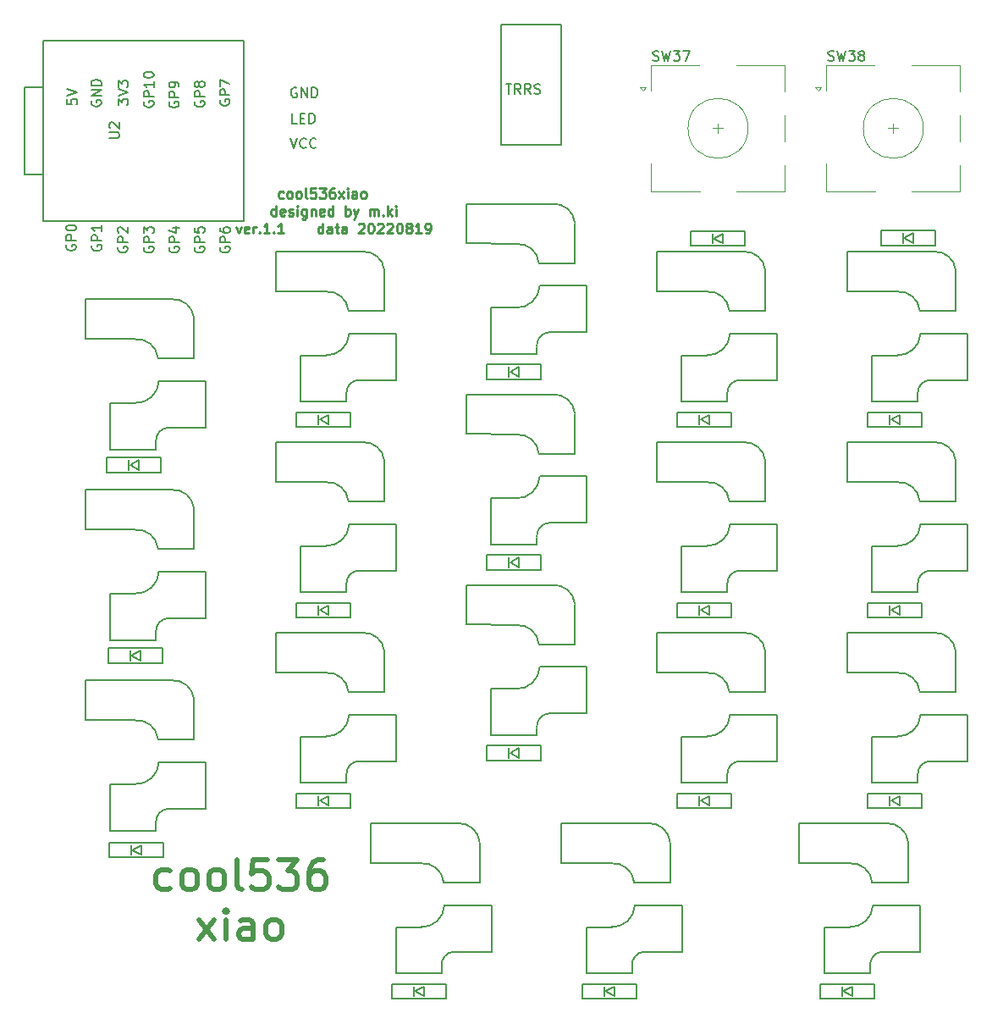
<source format=gto>
G04 #@! TF.GenerationSoftware,KiCad,Pcbnew,(5.1.6-0-10_14)*
G04 #@! TF.CreationDate,2022-08-19T19:12:35+09:00*
G04 #@! TF.ProjectId,cool536xiao,636f6f6c-3533-4367-9869-616f2e6b6963,rev?*
G04 #@! TF.SameCoordinates,Original*
G04 #@! TF.FileFunction,Legend,Top*
G04 #@! TF.FilePolarity,Positive*
%FSLAX46Y46*%
G04 Gerber Fmt 4.6, Leading zero omitted, Abs format (unit mm)*
G04 Created by KiCad (PCBNEW (5.1.6-0-10_14)) date 2022-08-19 19:12:35*
%MOMM*%
%LPD*%
G01*
G04 APERTURE LIST*
%ADD10C,0.250000*%
%ADD11C,0.500000*%
%ADD12C,0.150000*%
%ADD13C,0.120000*%
G04 APERTURE END LIST*
D10*
X64572380Y-51354761D02*
X64477142Y-51402380D01*
X64286666Y-51402380D01*
X64191428Y-51354761D01*
X64143809Y-51307142D01*
X64096190Y-51211904D01*
X64096190Y-50926190D01*
X64143809Y-50830952D01*
X64191428Y-50783333D01*
X64286666Y-50735714D01*
X64477142Y-50735714D01*
X64572380Y-50783333D01*
X65143809Y-51402380D02*
X65048571Y-51354761D01*
X65000952Y-51307142D01*
X64953333Y-51211904D01*
X64953333Y-50926190D01*
X65000952Y-50830952D01*
X65048571Y-50783333D01*
X65143809Y-50735714D01*
X65286666Y-50735714D01*
X65381904Y-50783333D01*
X65429523Y-50830952D01*
X65477142Y-50926190D01*
X65477142Y-51211904D01*
X65429523Y-51307142D01*
X65381904Y-51354761D01*
X65286666Y-51402380D01*
X65143809Y-51402380D01*
X66048571Y-51402380D02*
X65953333Y-51354761D01*
X65905714Y-51307142D01*
X65858095Y-51211904D01*
X65858095Y-50926190D01*
X65905714Y-50830952D01*
X65953333Y-50783333D01*
X66048571Y-50735714D01*
X66191428Y-50735714D01*
X66286666Y-50783333D01*
X66334285Y-50830952D01*
X66381904Y-50926190D01*
X66381904Y-51211904D01*
X66334285Y-51307142D01*
X66286666Y-51354761D01*
X66191428Y-51402380D01*
X66048571Y-51402380D01*
X66953333Y-51402380D02*
X66858095Y-51354761D01*
X66810476Y-51259523D01*
X66810476Y-50402380D01*
X67810476Y-50402380D02*
X67334285Y-50402380D01*
X67286666Y-50878571D01*
X67334285Y-50830952D01*
X67429523Y-50783333D01*
X67667619Y-50783333D01*
X67762857Y-50830952D01*
X67810476Y-50878571D01*
X67858095Y-50973809D01*
X67858095Y-51211904D01*
X67810476Y-51307142D01*
X67762857Y-51354761D01*
X67667619Y-51402380D01*
X67429523Y-51402380D01*
X67334285Y-51354761D01*
X67286666Y-51307142D01*
X68191428Y-50402380D02*
X68810476Y-50402380D01*
X68477142Y-50783333D01*
X68620000Y-50783333D01*
X68715238Y-50830952D01*
X68762857Y-50878571D01*
X68810476Y-50973809D01*
X68810476Y-51211904D01*
X68762857Y-51307142D01*
X68715238Y-51354761D01*
X68620000Y-51402380D01*
X68334285Y-51402380D01*
X68239047Y-51354761D01*
X68191428Y-51307142D01*
X69667619Y-50402380D02*
X69477142Y-50402380D01*
X69381904Y-50450000D01*
X69334285Y-50497619D01*
X69239047Y-50640476D01*
X69191428Y-50830952D01*
X69191428Y-51211904D01*
X69239047Y-51307142D01*
X69286666Y-51354761D01*
X69381904Y-51402380D01*
X69572380Y-51402380D01*
X69667619Y-51354761D01*
X69715238Y-51307142D01*
X69762857Y-51211904D01*
X69762857Y-50973809D01*
X69715238Y-50878571D01*
X69667619Y-50830952D01*
X69572380Y-50783333D01*
X69381904Y-50783333D01*
X69286666Y-50830952D01*
X69239047Y-50878571D01*
X69191428Y-50973809D01*
X70096190Y-51402380D02*
X70620000Y-50735714D01*
X70096190Y-50735714D02*
X70620000Y-51402380D01*
X71000952Y-51402380D02*
X71000952Y-50735714D01*
X71000952Y-50402380D02*
X70953333Y-50450000D01*
X71000952Y-50497619D01*
X71048571Y-50450000D01*
X71000952Y-50402380D01*
X71000952Y-50497619D01*
X71905714Y-51402380D02*
X71905714Y-50878571D01*
X71858095Y-50783333D01*
X71762857Y-50735714D01*
X71572380Y-50735714D01*
X71477142Y-50783333D01*
X71905714Y-51354761D02*
X71810476Y-51402380D01*
X71572380Y-51402380D01*
X71477142Y-51354761D01*
X71429523Y-51259523D01*
X71429523Y-51164285D01*
X71477142Y-51069047D01*
X71572380Y-51021428D01*
X71810476Y-51021428D01*
X71905714Y-50973809D01*
X72524761Y-51402380D02*
X72429523Y-51354761D01*
X72381904Y-51307142D01*
X72334285Y-51211904D01*
X72334285Y-50926190D01*
X72381904Y-50830952D01*
X72429523Y-50783333D01*
X72524761Y-50735714D01*
X72667619Y-50735714D01*
X72762857Y-50783333D01*
X72810476Y-50830952D01*
X72858095Y-50926190D01*
X72858095Y-51211904D01*
X72810476Y-51307142D01*
X72762857Y-51354761D01*
X72667619Y-51402380D01*
X72524761Y-51402380D01*
X63834285Y-53152380D02*
X63834285Y-52152380D01*
X63834285Y-53104761D02*
X63739047Y-53152380D01*
X63548571Y-53152380D01*
X63453333Y-53104761D01*
X63405714Y-53057142D01*
X63358095Y-52961904D01*
X63358095Y-52676190D01*
X63405714Y-52580952D01*
X63453333Y-52533333D01*
X63548571Y-52485714D01*
X63739047Y-52485714D01*
X63834285Y-52533333D01*
X64691428Y-53104761D02*
X64596190Y-53152380D01*
X64405714Y-53152380D01*
X64310476Y-53104761D01*
X64262857Y-53009523D01*
X64262857Y-52628571D01*
X64310476Y-52533333D01*
X64405714Y-52485714D01*
X64596190Y-52485714D01*
X64691428Y-52533333D01*
X64739047Y-52628571D01*
X64739047Y-52723809D01*
X64262857Y-52819047D01*
X65120000Y-53104761D02*
X65215238Y-53152380D01*
X65405714Y-53152380D01*
X65500952Y-53104761D01*
X65548571Y-53009523D01*
X65548571Y-52961904D01*
X65500952Y-52866666D01*
X65405714Y-52819047D01*
X65262857Y-52819047D01*
X65167619Y-52771428D01*
X65120000Y-52676190D01*
X65120000Y-52628571D01*
X65167619Y-52533333D01*
X65262857Y-52485714D01*
X65405714Y-52485714D01*
X65500952Y-52533333D01*
X65977142Y-53152380D02*
X65977142Y-52485714D01*
X65977142Y-52152380D02*
X65929523Y-52200000D01*
X65977142Y-52247619D01*
X66024761Y-52200000D01*
X65977142Y-52152380D01*
X65977142Y-52247619D01*
X66881904Y-52485714D02*
X66881904Y-53295238D01*
X66834285Y-53390476D01*
X66786666Y-53438095D01*
X66691428Y-53485714D01*
X66548571Y-53485714D01*
X66453333Y-53438095D01*
X66881904Y-53104761D02*
X66786666Y-53152380D01*
X66596190Y-53152380D01*
X66500952Y-53104761D01*
X66453333Y-53057142D01*
X66405714Y-52961904D01*
X66405714Y-52676190D01*
X66453333Y-52580952D01*
X66500952Y-52533333D01*
X66596190Y-52485714D01*
X66786666Y-52485714D01*
X66881904Y-52533333D01*
X67358095Y-52485714D02*
X67358095Y-53152380D01*
X67358095Y-52580952D02*
X67405714Y-52533333D01*
X67500952Y-52485714D01*
X67643809Y-52485714D01*
X67739047Y-52533333D01*
X67786666Y-52628571D01*
X67786666Y-53152380D01*
X68643809Y-53104761D02*
X68548571Y-53152380D01*
X68358095Y-53152380D01*
X68262857Y-53104761D01*
X68215238Y-53009523D01*
X68215238Y-52628571D01*
X68262857Y-52533333D01*
X68358095Y-52485714D01*
X68548571Y-52485714D01*
X68643809Y-52533333D01*
X68691428Y-52628571D01*
X68691428Y-52723809D01*
X68215238Y-52819047D01*
X69548571Y-53152380D02*
X69548571Y-52152380D01*
X69548571Y-53104761D02*
X69453333Y-53152380D01*
X69262857Y-53152380D01*
X69167619Y-53104761D01*
X69120000Y-53057142D01*
X69072380Y-52961904D01*
X69072380Y-52676190D01*
X69120000Y-52580952D01*
X69167619Y-52533333D01*
X69262857Y-52485714D01*
X69453333Y-52485714D01*
X69548571Y-52533333D01*
X70786666Y-53152380D02*
X70786666Y-52152380D01*
X70786666Y-52533333D02*
X70881904Y-52485714D01*
X71072380Y-52485714D01*
X71167619Y-52533333D01*
X71215238Y-52580952D01*
X71262857Y-52676190D01*
X71262857Y-52961904D01*
X71215238Y-53057142D01*
X71167619Y-53104761D01*
X71072380Y-53152380D01*
X70881904Y-53152380D01*
X70786666Y-53104761D01*
X71596190Y-52485714D02*
X71834285Y-53152380D01*
X72072380Y-52485714D02*
X71834285Y-53152380D01*
X71739047Y-53390476D01*
X71691428Y-53438095D01*
X71596190Y-53485714D01*
X73215238Y-53152380D02*
X73215238Y-52485714D01*
X73215238Y-52580952D02*
X73262857Y-52533333D01*
X73358095Y-52485714D01*
X73500952Y-52485714D01*
X73596190Y-52533333D01*
X73643809Y-52628571D01*
X73643809Y-53152380D01*
X73643809Y-52628571D02*
X73691428Y-52533333D01*
X73786666Y-52485714D01*
X73929523Y-52485714D01*
X74024761Y-52533333D01*
X74072380Y-52628571D01*
X74072380Y-53152380D01*
X74548571Y-53057142D02*
X74596190Y-53104761D01*
X74548571Y-53152380D01*
X74500952Y-53104761D01*
X74548571Y-53057142D01*
X74548571Y-53152380D01*
X75024761Y-53152380D02*
X75024761Y-52152380D01*
X75120000Y-52771428D02*
X75405714Y-53152380D01*
X75405714Y-52485714D02*
X75024761Y-52866666D01*
X75834285Y-53152380D02*
X75834285Y-52485714D01*
X75834285Y-52152380D02*
X75786666Y-52200000D01*
X75834285Y-52247619D01*
X75881904Y-52200000D01*
X75834285Y-52152380D01*
X75834285Y-52247619D01*
X59858095Y-54235714D02*
X60096190Y-54902380D01*
X60334285Y-54235714D01*
X61096190Y-54854761D02*
X61000952Y-54902380D01*
X60810476Y-54902380D01*
X60715238Y-54854761D01*
X60667619Y-54759523D01*
X60667619Y-54378571D01*
X60715238Y-54283333D01*
X60810476Y-54235714D01*
X61000952Y-54235714D01*
X61096190Y-54283333D01*
X61143809Y-54378571D01*
X61143809Y-54473809D01*
X60667619Y-54569047D01*
X61572380Y-54902380D02*
X61572380Y-54235714D01*
X61572380Y-54426190D02*
X61620000Y-54330952D01*
X61667619Y-54283333D01*
X61762857Y-54235714D01*
X61858095Y-54235714D01*
X62191428Y-54807142D02*
X62239047Y-54854761D01*
X62191428Y-54902380D01*
X62143809Y-54854761D01*
X62191428Y-54807142D01*
X62191428Y-54902380D01*
X63191428Y-54902380D02*
X62620000Y-54902380D01*
X62905714Y-54902380D02*
X62905714Y-53902380D01*
X62810476Y-54045238D01*
X62715238Y-54140476D01*
X62620000Y-54188095D01*
X63620000Y-54807142D02*
X63667619Y-54854761D01*
X63620000Y-54902380D01*
X63572380Y-54854761D01*
X63620000Y-54807142D01*
X63620000Y-54902380D01*
X64620000Y-54902380D02*
X64048571Y-54902380D01*
X64334285Y-54902380D02*
X64334285Y-53902380D01*
X64239047Y-54045238D01*
X64143809Y-54140476D01*
X64048571Y-54188095D01*
X68524761Y-54902380D02*
X68524761Y-53902380D01*
X68524761Y-54854761D02*
X68429523Y-54902380D01*
X68239047Y-54902380D01*
X68143809Y-54854761D01*
X68096190Y-54807142D01*
X68048571Y-54711904D01*
X68048571Y-54426190D01*
X68096190Y-54330952D01*
X68143809Y-54283333D01*
X68239047Y-54235714D01*
X68429523Y-54235714D01*
X68524761Y-54283333D01*
X69429523Y-54902380D02*
X69429523Y-54378571D01*
X69381904Y-54283333D01*
X69286666Y-54235714D01*
X69096190Y-54235714D01*
X69000952Y-54283333D01*
X69429523Y-54854761D02*
X69334285Y-54902380D01*
X69096190Y-54902380D01*
X69000952Y-54854761D01*
X68953333Y-54759523D01*
X68953333Y-54664285D01*
X69000952Y-54569047D01*
X69096190Y-54521428D01*
X69334285Y-54521428D01*
X69429523Y-54473809D01*
X69762857Y-54235714D02*
X70143809Y-54235714D01*
X69905714Y-53902380D02*
X69905714Y-54759523D01*
X69953333Y-54854761D01*
X70048571Y-54902380D01*
X70143809Y-54902380D01*
X70905714Y-54902380D02*
X70905714Y-54378571D01*
X70858095Y-54283333D01*
X70762857Y-54235714D01*
X70572380Y-54235714D01*
X70477142Y-54283333D01*
X70905714Y-54854761D02*
X70810476Y-54902380D01*
X70572380Y-54902380D01*
X70477142Y-54854761D01*
X70429523Y-54759523D01*
X70429523Y-54664285D01*
X70477142Y-54569047D01*
X70572380Y-54521428D01*
X70810476Y-54521428D01*
X70905714Y-54473809D01*
X72096190Y-53997619D02*
X72143809Y-53950000D01*
X72239047Y-53902380D01*
X72477142Y-53902380D01*
X72572380Y-53950000D01*
X72620000Y-53997619D01*
X72667619Y-54092857D01*
X72667619Y-54188095D01*
X72620000Y-54330952D01*
X72048571Y-54902380D01*
X72667619Y-54902380D01*
X73286666Y-53902380D02*
X73381904Y-53902380D01*
X73477142Y-53950000D01*
X73524761Y-53997619D01*
X73572380Y-54092857D01*
X73620000Y-54283333D01*
X73620000Y-54521428D01*
X73572380Y-54711904D01*
X73524761Y-54807142D01*
X73477142Y-54854761D01*
X73381904Y-54902380D01*
X73286666Y-54902380D01*
X73191428Y-54854761D01*
X73143809Y-54807142D01*
X73096190Y-54711904D01*
X73048571Y-54521428D01*
X73048571Y-54283333D01*
X73096190Y-54092857D01*
X73143809Y-53997619D01*
X73191428Y-53950000D01*
X73286666Y-53902380D01*
X74000952Y-53997619D02*
X74048571Y-53950000D01*
X74143809Y-53902380D01*
X74381904Y-53902380D01*
X74477142Y-53950000D01*
X74524761Y-53997619D01*
X74572380Y-54092857D01*
X74572380Y-54188095D01*
X74524761Y-54330952D01*
X73953333Y-54902380D01*
X74572380Y-54902380D01*
X74953333Y-53997619D02*
X75000952Y-53950000D01*
X75096190Y-53902380D01*
X75334285Y-53902380D01*
X75429523Y-53950000D01*
X75477142Y-53997619D01*
X75524761Y-54092857D01*
X75524761Y-54188095D01*
X75477142Y-54330952D01*
X74905714Y-54902380D01*
X75524761Y-54902380D01*
X76143809Y-53902380D02*
X76239047Y-53902380D01*
X76334285Y-53950000D01*
X76381904Y-53997619D01*
X76429523Y-54092857D01*
X76477142Y-54283333D01*
X76477142Y-54521428D01*
X76429523Y-54711904D01*
X76381904Y-54807142D01*
X76334285Y-54854761D01*
X76239047Y-54902380D01*
X76143809Y-54902380D01*
X76048571Y-54854761D01*
X76000952Y-54807142D01*
X75953333Y-54711904D01*
X75905714Y-54521428D01*
X75905714Y-54283333D01*
X75953333Y-54092857D01*
X76000952Y-53997619D01*
X76048571Y-53950000D01*
X76143809Y-53902380D01*
X77048571Y-54330952D02*
X76953333Y-54283333D01*
X76905714Y-54235714D01*
X76858095Y-54140476D01*
X76858095Y-54092857D01*
X76905714Y-53997619D01*
X76953333Y-53950000D01*
X77048571Y-53902380D01*
X77239047Y-53902380D01*
X77334285Y-53950000D01*
X77381904Y-53997619D01*
X77429523Y-54092857D01*
X77429523Y-54140476D01*
X77381904Y-54235714D01*
X77334285Y-54283333D01*
X77239047Y-54330952D01*
X77048571Y-54330952D01*
X76953333Y-54378571D01*
X76905714Y-54426190D01*
X76858095Y-54521428D01*
X76858095Y-54711904D01*
X76905714Y-54807142D01*
X76953333Y-54854761D01*
X77048571Y-54902380D01*
X77239047Y-54902380D01*
X77334285Y-54854761D01*
X77381904Y-54807142D01*
X77429523Y-54711904D01*
X77429523Y-54521428D01*
X77381904Y-54426190D01*
X77334285Y-54378571D01*
X77239047Y-54330952D01*
X78381904Y-54902380D02*
X77810476Y-54902380D01*
X78096190Y-54902380D02*
X78096190Y-53902380D01*
X78000952Y-54045238D01*
X77905714Y-54140476D01*
X77810476Y-54188095D01*
X78858095Y-54902380D02*
X79048571Y-54902380D01*
X79143809Y-54854761D01*
X79191428Y-54807142D01*
X79286666Y-54664285D01*
X79334285Y-54473809D01*
X79334285Y-54092857D01*
X79286666Y-53997619D01*
X79239047Y-53950000D01*
X79143809Y-53902380D01*
X78953333Y-53902380D01*
X78858095Y-53950000D01*
X78810476Y-53997619D01*
X78762857Y-54092857D01*
X78762857Y-54330952D01*
X78810476Y-54426190D01*
X78858095Y-54473809D01*
X78953333Y-54521428D01*
X79143809Y-54521428D01*
X79239047Y-54473809D01*
X79286666Y-54426190D01*
X79334285Y-54330952D01*
D11*
X53268571Y-120364285D02*
X52982857Y-120507142D01*
X52411428Y-120507142D01*
X52125714Y-120364285D01*
X51982857Y-120221428D01*
X51840000Y-119935714D01*
X51840000Y-119078571D01*
X51982857Y-118792857D01*
X52125714Y-118650000D01*
X52411428Y-118507142D01*
X52982857Y-118507142D01*
X53268571Y-118650000D01*
X54982857Y-120507142D02*
X54697142Y-120364285D01*
X54554285Y-120221428D01*
X54411428Y-119935714D01*
X54411428Y-119078571D01*
X54554285Y-118792857D01*
X54697142Y-118650000D01*
X54982857Y-118507142D01*
X55411428Y-118507142D01*
X55697142Y-118650000D01*
X55840000Y-118792857D01*
X55982857Y-119078571D01*
X55982857Y-119935714D01*
X55840000Y-120221428D01*
X55697142Y-120364285D01*
X55411428Y-120507142D01*
X54982857Y-120507142D01*
X57697142Y-120507142D02*
X57411428Y-120364285D01*
X57268571Y-120221428D01*
X57125714Y-119935714D01*
X57125714Y-119078571D01*
X57268571Y-118792857D01*
X57411428Y-118650000D01*
X57697142Y-118507142D01*
X58125714Y-118507142D01*
X58411428Y-118650000D01*
X58554285Y-118792857D01*
X58697142Y-119078571D01*
X58697142Y-119935714D01*
X58554285Y-120221428D01*
X58411428Y-120364285D01*
X58125714Y-120507142D01*
X57697142Y-120507142D01*
X60411428Y-120507142D02*
X60125714Y-120364285D01*
X59982857Y-120078571D01*
X59982857Y-117507142D01*
X62982857Y-117507142D02*
X61554285Y-117507142D01*
X61411428Y-118935714D01*
X61554285Y-118792857D01*
X61840000Y-118650000D01*
X62554285Y-118650000D01*
X62840000Y-118792857D01*
X62982857Y-118935714D01*
X63125714Y-119221428D01*
X63125714Y-119935714D01*
X62982857Y-120221428D01*
X62840000Y-120364285D01*
X62554285Y-120507142D01*
X61840000Y-120507142D01*
X61554285Y-120364285D01*
X61411428Y-120221428D01*
X64125714Y-117507142D02*
X65982857Y-117507142D01*
X64982857Y-118650000D01*
X65411428Y-118650000D01*
X65697142Y-118792857D01*
X65840000Y-118935714D01*
X65982857Y-119221428D01*
X65982857Y-119935714D01*
X65840000Y-120221428D01*
X65697142Y-120364285D01*
X65411428Y-120507142D01*
X64554285Y-120507142D01*
X64268571Y-120364285D01*
X64125714Y-120221428D01*
X68554285Y-117507142D02*
X67982857Y-117507142D01*
X67697142Y-117650000D01*
X67554285Y-117792857D01*
X67268571Y-118221428D01*
X67125714Y-118792857D01*
X67125714Y-119935714D01*
X67268571Y-120221428D01*
X67411428Y-120364285D01*
X67697142Y-120507142D01*
X68268571Y-120507142D01*
X68554285Y-120364285D01*
X68697142Y-120221428D01*
X68840000Y-119935714D01*
X68840000Y-119221428D01*
X68697142Y-118935714D01*
X68554285Y-118792857D01*
X68268571Y-118650000D01*
X67697142Y-118650000D01*
X67411428Y-118792857D01*
X67268571Y-118935714D01*
X67125714Y-119221428D01*
X56125714Y-125507142D02*
X57697142Y-123507142D01*
X56125714Y-123507142D02*
X57697142Y-125507142D01*
X58840000Y-125507142D02*
X58840000Y-123507142D01*
X58840000Y-122507142D02*
X58697142Y-122650000D01*
X58840000Y-122792857D01*
X58982857Y-122650000D01*
X58840000Y-122507142D01*
X58840000Y-122792857D01*
X61554285Y-125507142D02*
X61554285Y-123935714D01*
X61411428Y-123650000D01*
X61125714Y-123507142D01*
X60554285Y-123507142D01*
X60268571Y-123650000D01*
X61554285Y-125364285D02*
X61268571Y-125507142D01*
X60554285Y-125507142D01*
X60268571Y-125364285D01*
X60125714Y-125078571D01*
X60125714Y-124792857D01*
X60268571Y-124507142D01*
X60554285Y-124364285D01*
X61268571Y-124364285D01*
X61554285Y-124221428D01*
X63411428Y-125507142D02*
X63125714Y-125364285D01*
X62982857Y-125221428D01*
X62840000Y-124935714D01*
X62840000Y-124078571D01*
X62982857Y-123792857D01*
X63125714Y-123650000D01*
X63411428Y-123507142D01*
X63840000Y-123507142D01*
X64125714Y-123650000D01*
X64268571Y-123792857D01*
X64411428Y-124078571D01*
X64411428Y-124935714D01*
X64268571Y-125221428D01*
X64125714Y-125364285D01*
X63840000Y-125507142D01*
X63411428Y-125507142D01*
D12*
X41845001Y-35674999D02*
X60645001Y-35674999D01*
X60645001Y-35674999D02*
X60645001Y-53674999D01*
X60645001Y-53674999D02*
X41845001Y-53674999D01*
X40555001Y-40324999D02*
X38675001Y-40324999D01*
X40555001Y-48984999D02*
X38675001Y-48984999D01*
X38675001Y-48984999D02*
X38675001Y-40324999D01*
X41845001Y-53674999D02*
X40565401Y-53674999D01*
X40565401Y-53674999D02*
X40565401Y-35784999D01*
X41845001Y-35674999D02*
X40565401Y-35674999D01*
X40565401Y-35674999D02*
X40565401Y-35784999D01*
X93750000Y-57874000D02*
X90140000Y-57874000D01*
X93750000Y-53920000D02*
X93750000Y-57865000D01*
X82850000Y-51966000D02*
X91475000Y-51966000D01*
X82850000Y-55874000D02*
X82850000Y-51966000D01*
X82850000Y-55920000D02*
X87900000Y-55966000D01*
X85375000Y-66995000D02*
X89925000Y-66995000D01*
X85375000Y-62345000D02*
X87925000Y-62345000D01*
X90225000Y-60145000D02*
X94925000Y-60145000D01*
X91150000Y-64795000D02*
X94925000Y-64795000D01*
X85350000Y-62370000D02*
X85350000Y-66970000D01*
X94925000Y-60170000D02*
X94950000Y-64770000D01*
X89930000Y-66270000D02*
X89930000Y-66970000D01*
X93739000Y-53850000D02*
G75*
G03*
X91475000Y-51966000I-2074000J-190000D01*
G01*
X90135000Y-57850000D02*
G75*
G03*
X87875000Y-55970000I-2070000J-190000D01*
G01*
X90220000Y-60170000D02*
G75*
G02*
X87850000Y-62340000I-2270000J100000D01*
G01*
X89930000Y-66220000D02*
G75*
G02*
X91150000Y-64800000I1320000J100000D01*
G01*
X110720000Y-56170000D02*
X110720000Y-54670000D01*
X105320000Y-56170000D02*
X110720000Y-56170000D01*
X105320000Y-54670000D02*
X105320000Y-56170000D01*
X110720000Y-54670000D02*
X105320000Y-54670000D01*
X107520000Y-54920000D02*
X107520000Y-55920000D01*
X108520000Y-55920000D02*
X107620000Y-55420000D01*
X108520000Y-54920000D02*
X108520000Y-55920000D01*
X107620000Y-55420000D02*
X108520000Y-54920000D01*
X129760000Y-56150000D02*
X129760000Y-54650000D01*
X124360000Y-56150000D02*
X129760000Y-56150000D01*
X124360000Y-54650000D02*
X124360000Y-56150000D01*
X129760000Y-54650000D02*
X124360000Y-54650000D01*
X126560000Y-54900000D02*
X126560000Y-55900000D01*
X127560000Y-55900000D02*
X126660000Y-55400000D01*
X127560000Y-54900000D02*
X127560000Y-55900000D01*
X126660000Y-55400000D02*
X127560000Y-54900000D01*
D13*
X128590000Y-44410000D02*
G75*
G03*
X128590000Y-44410000I-3000000J0D01*
G01*
X127390000Y-38110000D02*
X132290000Y-38110000D01*
X132290000Y-50710000D02*
X127390000Y-50710000D01*
X123790000Y-50710000D02*
X118890000Y-50710000D01*
X118890000Y-50710000D02*
X118890000Y-47910000D01*
X123690000Y-38110000D02*
X118890000Y-38110000D01*
X118890000Y-38110000D02*
X118890000Y-40610000D01*
X118090000Y-40610000D02*
X117790000Y-40310000D01*
X117790000Y-40310000D02*
X118390000Y-40310000D01*
X118390000Y-40310000D02*
X118090000Y-40610000D01*
X132290000Y-38110000D02*
X132290000Y-40710000D01*
X132290000Y-43110000D02*
X132290000Y-45710000D01*
X132290000Y-48110000D02*
X132290000Y-50710000D01*
X125590000Y-43910000D02*
X125590000Y-44910000D01*
X125090000Y-44410000D02*
X126090000Y-44410000D01*
X111060000Y-44410000D02*
G75*
G03*
X111060000Y-44410000I-3000000J0D01*
G01*
X109860000Y-38110000D02*
X114760000Y-38110000D01*
X114760000Y-50710000D02*
X109860000Y-50710000D01*
X106260000Y-50710000D02*
X101360000Y-50710000D01*
X101360000Y-50710000D02*
X101360000Y-47910000D01*
X106160000Y-38110000D02*
X101360000Y-38110000D01*
X101360000Y-38110000D02*
X101360000Y-40610000D01*
X100560000Y-40610000D02*
X100260000Y-40310000D01*
X100260000Y-40310000D02*
X100860000Y-40310000D01*
X100860000Y-40310000D02*
X100560000Y-40610000D01*
X114760000Y-38110000D02*
X114760000Y-40710000D01*
X114760000Y-43110000D02*
X114760000Y-45710000D01*
X114760000Y-48110000D02*
X114760000Y-50710000D01*
X108060000Y-43910000D02*
X108060000Y-44910000D01*
X107560000Y-44410000D02*
X108560000Y-44410000D01*
D12*
X86350000Y-46070000D02*
X86350000Y-34070000D01*
X92350000Y-46070000D02*
X86350000Y-46070000D01*
X92350000Y-34070000D02*
X92350000Y-46070000D01*
X86350000Y-34070000D02*
X92350000Y-34070000D01*
X89930000Y-104370000D02*
X89930000Y-105070000D01*
X94925000Y-98270000D02*
X94950000Y-102870000D01*
X85350000Y-100470000D02*
X85350000Y-105070000D01*
X91150000Y-102895000D02*
X94925000Y-102895000D01*
X90225000Y-98245000D02*
X94925000Y-98245000D01*
X85375000Y-100445000D02*
X87925000Y-100445000D01*
X85375000Y-105095000D02*
X89925000Y-105095000D01*
X82850000Y-94020000D02*
X87900000Y-94066000D01*
X82850000Y-93974000D02*
X82850000Y-90066000D01*
X82850000Y-90066000D02*
X91475000Y-90066000D01*
X93750000Y-92020000D02*
X93750000Y-95965000D01*
X93750000Y-95974000D02*
X90140000Y-95974000D01*
X89930000Y-104320000D02*
G75*
G02*
X91150000Y-102900000I1320000J100000D01*
G01*
X90220000Y-98270000D02*
G75*
G02*
X87850000Y-100440000I-2270000J100000D01*
G01*
X90135000Y-95950000D02*
G75*
G03*
X87875000Y-94070000I-2070000J-190000D01*
G01*
X93739000Y-91950000D02*
G75*
G03*
X91475000Y-90066000I-2074000J-190000D01*
G01*
X55650000Y-86449000D02*
X52040000Y-86449000D01*
X55650000Y-82495000D02*
X55650000Y-86440000D01*
X44750000Y-80541000D02*
X53375000Y-80541000D01*
X44750000Y-84449000D02*
X44750000Y-80541000D01*
X44750000Y-84495000D02*
X49800000Y-84541000D01*
X47275000Y-95570000D02*
X51825000Y-95570000D01*
X47275000Y-90920000D02*
X49825000Y-90920000D01*
X52125000Y-88720000D02*
X56825000Y-88720000D01*
X53050000Y-93370000D02*
X56825000Y-93370000D01*
X47250000Y-90945000D02*
X47250000Y-95545000D01*
X56825000Y-88745000D02*
X56850000Y-93345000D01*
X51830000Y-94845000D02*
X51830000Y-95545000D01*
X55639000Y-82425000D02*
G75*
G03*
X53375000Y-80541000I-2074000J-190000D01*
G01*
X52035000Y-86425000D02*
G75*
G03*
X49775000Y-84545000I-2070000J-190000D01*
G01*
X52120000Y-88745000D02*
G75*
G02*
X49750000Y-90915000I-2270000J100000D01*
G01*
X51830000Y-94795000D02*
G75*
G02*
X53050000Y-93375000I1320000J100000D01*
G01*
X70880000Y-90082500D02*
X70880000Y-90782500D01*
X75875000Y-83982500D02*
X75900000Y-88582500D01*
X66300000Y-86182500D02*
X66300000Y-90782500D01*
X72100000Y-88607500D02*
X75875000Y-88607500D01*
X71175000Y-83957500D02*
X75875000Y-83957500D01*
X66325000Y-86157500D02*
X68875000Y-86157500D01*
X66325000Y-90807500D02*
X70875000Y-90807500D01*
X63800000Y-79732500D02*
X68850000Y-79778500D01*
X63800000Y-79686500D02*
X63800000Y-75778500D01*
X63800000Y-75778500D02*
X72425000Y-75778500D01*
X74700000Y-77732500D02*
X74700000Y-81677500D01*
X74700000Y-81686500D02*
X71090000Y-81686500D01*
X70880000Y-90032500D02*
G75*
G02*
X72100000Y-88612500I1320000J100000D01*
G01*
X71170000Y-83982500D02*
G75*
G02*
X68800000Y-86152500I-2270000J100000D01*
G01*
X71085000Y-81662500D02*
G75*
G03*
X68825000Y-79782500I-2070000J-190000D01*
G01*
X74689000Y-77662500D02*
G75*
G03*
X72425000Y-75778500I-2074000J-190000D01*
G01*
X71300000Y-72782499D02*
X71300000Y-74282499D01*
X65900000Y-72782499D02*
X71300000Y-72782499D01*
X65900000Y-74282499D02*
X65900000Y-72782499D01*
X71300000Y-74282499D02*
X65900000Y-74282499D01*
X68100000Y-74032499D02*
X68100000Y-73032499D01*
X69100000Y-73032499D02*
X68200000Y-73532499D01*
X69100000Y-74032499D02*
X69100000Y-73032499D01*
X68200000Y-73532499D02*
X69100000Y-74032499D01*
X108980000Y-90082500D02*
X108980000Y-90782500D01*
X113975000Y-83982500D02*
X114000000Y-88582500D01*
X104400000Y-86182500D02*
X104400000Y-90782500D01*
X110200000Y-88607500D02*
X113975000Y-88607500D01*
X109275000Y-83957500D02*
X113975000Y-83957500D01*
X104425000Y-86157500D02*
X106975000Y-86157500D01*
X104425000Y-90807500D02*
X108975000Y-90807500D01*
X101900000Y-79732500D02*
X106950000Y-79778500D01*
X101900000Y-79686500D02*
X101900000Y-75778500D01*
X101900000Y-75778500D02*
X110525000Y-75778500D01*
X112800000Y-77732500D02*
X112800000Y-81677500D01*
X112800000Y-81686500D02*
X109190000Y-81686500D01*
X108980000Y-90032500D02*
G75*
G02*
X110200000Y-88612500I1320000J100000D01*
G01*
X109270000Y-83982500D02*
G75*
G02*
X106900000Y-86152500I-2270000J100000D01*
G01*
X109185000Y-81662500D02*
G75*
G03*
X106925000Y-79782500I-2070000J-190000D01*
G01*
X112789000Y-77662500D02*
G75*
G03*
X110525000Y-75778500I-2074000J-190000D01*
G01*
X103275000Y-119786500D02*
X99665000Y-119786500D01*
X103275000Y-115832500D02*
X103275000Y-119777500D01*
X92375000Y-113878500D02*
X101000000Y-113878500D01*
X92375000Y-117786500D02*
X92375000Y-113878500D01*
X92375000Y-117832500D02*
X97425000Y-117878500D01*
X94900000Y-128907500D02*
X99450000Y-128907500D01*
X94900000Y-124257500D02*
X97450000Y-124257500D01*
X99750000Y-122057500D02*
X104450000Y-122057500D01*
X100675000Y-126707500D02*
X104450000Y-126707500D01*
X94875000Y-124282500D02*
X94875000Y-128882500D01*
X104450000Y-122082500D02*
X104475000Y-126682500D01*
X99455000Y-128182500D02*
X99455000Y-128882500D01*
X103264000Y-115762500D02*
G75*
G03*
X101000000Y-113878500I-2074000J-190000D01*
G01*
X99660000Y-119762500D02*
G75*
G03*
X97400000Y-117882500I-2070000J-190000D01*
G01*
X99745000Y-122082500D02*
G75*
G02*
X97375000Y-124252500I-2270000J100000D01*
G01*
X99455000Y-128132500D02*
G75*
G02*
X100675000Y-126712500I1320000J100000D01*
G01*
X84225000Y-119786500D02*
X80615000Y-119786500D01*
X84225000Y-115832500D02*
X84225000Y-119777500D01*
X73325000Y-113878500D02*
X81950000Y-113878500D01*
X73325000Y-117786500D02*
X73325000Y-113878500D01*
X73325000Y-117832500D02*
X78375000Y-117878500D01*
X75850000Y-128907500D02*
X80400000Y-128907500D01*
X75850000Y-124257500D02*
X78400000Y-124257500D01*
X80700000Y-122057500D02*
X85400000Y-122057500D01*
X81625000Y-126707500D02*
X85400000Y-126707500D01*
X75825000Y-124282500D02*
X75825000Y-128882500D01*
X85400000Y-122082500D02*
X85425000Y-126682500D01*
X80405000Y-128182500D02*
X80405000Y-128882500D01*
X84214000Y-115762500D02*
G75*
G03*
X81950000Y-113878500I-2074000J-190000D01*
G01*
X80610000Y-119762500D02*
G75*
G03*
X78350000Y-117882500I-2070000J-190000D01*
G01*
X80695000Y-122082500D02*
G75*
G02*
X78325000Y-124252500I-2270000J100000D01*
G01*
X80405000Y-128132500D02*
G75*
G02*
X81625000Y-126712500I1320000J100000D01*
G01*
X128030000Y-109132500D02*
X128030000Y-109832500D01*
X133025000Y-103032500D02*
X133050000Y-107632500D01*
X123450000Y-105232500D02*
X123450000Y-109832500D01*
X129250000Y-107657500D02*
X133025000Y-107657500D01*
X128325000Y-103007500D02*
X133025000Y-103007500D01*
X123475000Y-105207500D02*
X126025000Y-105207500D01*
X123475000Y-109857500D02*
X128025000Y-109857500D01*
X120950000Y-98782500D02*
X126000000Y-98828500D01*
X120950000Y-98736500D02*
X120950000Y-94828500D01*
X120950000Y-94828500D02*
X129575000Y-94828500D01*
X131850000Y-96782500D02*
X131850000Y-100727500D01*
X131850000Y-100736500D02*
X128240000Y-100736500D01*
X128030000Y-109082500D02*
G75*
G02*
X129250000Y-107662500I1320000J100000D01*
G01*
X128320000Y-103032500D02*
G75*
G02*
X125950000Y-105202500I-2270000J100000D01*
G01*
X128235000Y-100712500D02*
G75*
G03*
X125975000Y-98832500I-2070000J-190000D01*
G01*
X131839000Y-96712500D02*
G75*
G03*
X129575000Y-94828500I-2074000J-190000D01*
G01*
X128030000Y-71032499D02*
X128030000Y-71732499D01*
X133025000Y-64932499D02*
X133050000Y-69532499D01*
X123450000Y-67132499D02*
X123450000Y-71732499D01*
X129250000Y-69557499D02*
X133025000Y-69557499D01*
X128325000Y-64907499D02*
X133025000Y-64907499D01*
X123475000Y-67107499D02*
X126025000Y-67107499D01*
X123475000Y-71757499D02*
X128025000Y-71757499D01*
X120950000Y-60682499D02*
X126000000Y-60728499D01*
X120950000Y-60636499D02*
X120950000Y-56728499D01*
X120950000Y-56728499D02*
X129575000Y-56728499D01*
X131850000Y-58682499D02*
X131850000Y-62627499D01*
X131850000Y-62636499D02*
X128240000Y-62636499D01*
X128030000Y-70982499D02*
G75*
G02*
X129250000Y-69562499I1320000J100000D01*
G01*
X128320000Y-64932499D02*
G75*
G02*
X125950000Y-67102499I-2270000J100000D01*
G01*
X128235000Y-62612499D02*
G75*
G03*
X125975000Y-60732499I-2070000J-190000D01*
G01*
X131839000Y-58612499D02*
G75*
G03*
X129575000Y-56728499I-2074000J-190000D01*
G01*
X74700000Y-100736500D02*
X71090000Y-100736500D01*
X74700000Y-96782500D02*
X74700000Y-100727500D01*
X63800000Y-94828500D02*
X72425000Y-94828500D01*
X63800000Y-98736500D02*
X63800000Y-94828500D01*
X63800000Y-98782500D02*
X68850000Y-98828500D01*
X66325000Y-109857500D02*
X70875000Y-109857500D01*
X66325000Y-105207500D02*
X68875000Y-105207500D01*
X71175000Y-103007500D02*
X75875000Y-103007500D01*
X72100000Y-107657500D02*
X75875000Y-107657500D01*
X66300000Y-105232500D02*
X66300000Y-109832500D01*
X75875000Y-103032500D02*
X75900000Y-107632500D01*
X70880000Y-109132500D02*
X70880000Y-109832500D01*
X74689000Y-96712500D02*
G75*
G03*
X72425000Y-94828500I-2074000J-190000D01*
G01*
X71085000Y-100712500D02*
G75*
G03*
X68825000Y-98832500I-2070000J-190000D01*
G01*
X71170000Y-103032500D02*
G75*
G02*
X68800000Y-105202500I-2270000J100000D01*
G01*
X70880000Y-109082500D02*
G75*
G02*
X72100000Y-107662500I1320000J100000D01*
G01*
X108980000Y-109132500D02*
X108980000Y-109832500D01*
X113975000Y-103032500D02*
X114000000Y-107632500D01*
X104400000Y-105232500D02*
X104400000Y-109832500D01*
X110200000Y-107657500D02*
X113975000Y-107657500D01*
X109275000Y-103007500D02*
X113975000Y-103007500D01*
X104425000Y-105207500D02*
X106975000Y-105207500D01*
X104425000Y-109857500D02*
X108975000Y-109857500D01*
X101900000Y-98782500D02*
X106950000Y-98828500D01*
X101900000Y-98736500D02*
X101900000Y-94828500D01*
X101900000Y-94828500D02*
X110525000Y-94828500D01*
X112800000Y-96782500D02*
X112800000Y-100727500D01*
X112800000Y-100736500D02*
X109190000Y-100736500D01*
X108980000Y-109082500D02*
G75*
G02*
X110200000Y-107662500I1320000J100000D01*
G01*
X109270000Y-103032500D02*
G75*
G02*
X106900000Y-105202500I-2270000J100000D01*
G01*
X109185000Y-100712500D02*
G75*
G03*
X106925000Y-98832500I-2070000J-190000D01*
G01*
X112789000Y-96712500D02*
G75*
G03*
X110525000Y-94828500I-2074000J-190000D01*
G01*
X128030000Y-90082500D02*
X128030000Y-90782500D01*
X133025000Y-83982500D02*
X133050000Y-88582500D01*
X123450000Y-86182500D02*
X123450000Y-90782500D01*
X129250000Y-88607500D02*
X133025000Y-88607500D01*
X128325000Y-83957500D02*
X133025000Y-83957500D01*
X123475000Y-86157500D02*
X126025000Y-86157500D01*
X123475000Y-90807500D02*
X128025000Y-90807500D01*
X120950000Y-79732500D02*
X126000000Y-79778500D01*
X120950000Y-79686500D02*
X120950000Y-75778500D01*
X120950000Y-75778500D02*
X129575000Y-75778500D01*
X131850000Y-77732500D02*
X131850000Y-81677500D01*
X131850000Y-81686500D02*
X128240000Y-81686500D01*
X128030000Y-90032500D02*
G75*
G02*
X129250000Y-88612500I1320000J100000D01*
G01*
X128320000Y-83982500D02*
G75*
G02*
X125950000Y-86152500I-2270000J100000D01*
G01*
X128235000Y-81662500D02*
G75*
G03*
X125975000Y-79782500I-2070000J-190000D01*
G01*
X131839000Y-77662500D02*
G75*
G03*
X129575000Y-75778500I-2074000J-190000D01*
G01*
X51830000Y-113895000D02*
X51830000Y-114595000D01*
X56825000Y-107795000D02*
X56850000Y-112395000D01*
X47250000Y-109995000D02*
X47250000Y-114595000D01*
X53050000Y-112420000D02*
X56825000Y-112420000D01*
X52125000Y-107770000D02*
X56825000Y-107770000D01*
X47275000Y-109970000D02*
X49825000Y-109970000D01*
X47275000Y-114620000D02*
X51825000Y-114620000D01*
X44750000Y-103545000D02*
X49800000Y-103591000D01*
X44750000Y-103499000D02*
X44750000Y-99591000D01*
X44750000Y-99591000D02*
X53375000Y-99591000D01*
X55650000Y-101545000D02*
X55650000Y-105490000D01*
X55650000Y-105499000D02*
X52040000Y-105499000D01*
X51830000Y-113845000D02*
G75*
G02*
X53050000Y-112425000I1320000J100000D01*
G01*
X52120000Y-107795000D02*
G75*
G02*
X49750000Y-109965000I-2270000J100000D01*
G01*
X52035000Y-105475000D02*
G75*
G03*
X49775000Y-103595000I-2070000J-190000D01*
G01*
X55639000Y-101475000D02*
G75*
G03*
X53375000Y-99591000I-2074000J-190000D01*
G01*
X89930000Y-85320000D02*
X89930000Y-86020000D01*
X94925000Y-79220000D02*
X94950000Y-83820000D01*
X85350000Y-81420000D02*
X85350000Y-86020000D01*
X91150000Y-83845000D02*
X94925000Y-83845000D01*
X90225000Y-79195000D02*
X94925000Y-79195000D01*
X85375000Y-81395000D02*
X87925000Y-81395000D01*
X85375000Y-86045000D02*
X89925000Y-86045000D01*
X82850000Y-74970000D02*
X87900000Y-75016000D01*
X82850000Y-74924000D02*
X82850000Y-71016000D01*
X82850000Y-71016000D02*
X91475000Y-71016000D01*
X93750000Y-72970000D02*
X93750000Y-76915000D01*
X93750000Y-76924000D02*
X90140000Y-76924000D01*
X89930000Y-85270000D02*
G75*
G02*
X91150000Y-83850000I1320000J100000D01*
G01*
X90220000Y-79220000D02*
G75*
G02*
X87850000Y-81390000I-2270000J100000D01*
G01*
X90135000Y-76900000D02*
G75*
G03*
X87875000Y-75020000I-2070000J-190000D01*
G01*
X93739000Y-72900000D02*
G75*
G03*
X91475000Y-71016000I-2074000J-190000D01*
G01*
X109400000Y-91832500D02*
X109400000Y-93332500D01*
X104000000Y-91832500D02*
X109400000Y-91832500D01*
X104000000Y-93332500D02*
X104000000Y-91832500D01*
X109400000Y-93332500D02*
X104000000Y-93332500D01*
X106200000Y-93082500D02*
X106200000Y-92082500D01*
X107200000Y-92082500D02*
X106300000Y-92582500D01*
X107200000Y-93082500D02*
X107200000Y-92082500D01*
X106300000Y-92582500D02*
X107200000Y-93082500D01*
X128450000Y-91832500D02*
X128450000Y-93332500D01*
X123050000Y-91832500D02*
X128450000Y-91832500D01*
X123050000Y-93332500D02*
X123050000Y-91832500D01*
X128450000Y-93332500D02*
X123050000Y-93332500D01*
X125250000Y-93082500D02*
X125250000Y-92082500D01*
X126250000Y-92082500D02*
X125350000Y-92582500D01*
X126250000Y-93082500D02*
X126250000Y-92082500D01*
X125350000Y-92582500D02*
X126250000Y-93082500D01*
X99875000Y-129932500D02*
X99875000Y-131432500D01*
X94475000Y-129932500D02*
X99875000Y-129932500D01*
X94475000Y-131432500D02*
X94475000Y-129932500D01*
X99875000Y-131432500D02*
X94475000Y-131432500D01*
X96675000Y-131182500D02*
X96675000Y-130182500D01*
X97675000Y-130182500D02*
X96775000Y-130682500D01*
X97675000Y-131182500D02*
X97675000Y-130182500D01*
X96775000Y-130682500D02*
X97675000Y-131182500D01*
X123688000Y-129932500D02*
X123688000Y-131432500D01*
X118288000Y-129932500D02*
X123688000Y-129932500D01*
X118288000Y-131432500D02*
X118288000Y-129932500D01*
X123688000Y-131432500D02*
X118288000Y-131432500D01*
X120488000Y-131182500D02*
X120488000Y-130182500D01*
X121488000Y-130182500D02*
X120588000Y-130682500D01*
X121488000Y-131182500D02*
X121488000Y-130182500D01*
X120588000Y-130682500D02*
X121488000Y-131182500D01*
X90350000Y-68020000D02*
X90350000Y-69520000D01*
X84950000Y-68020000D02*
X90350000Y-68020000D01*
X84950000Y-69520000D02*
X84950000Y-68020000D01*
X90350000Y-69520000D02*
X84950000Y-69520000D01*
X87150000Y-69270000D02*
X87150000Y-68270000D01*
X88150000Y-68270000D02*
X87250000Y-68770000D01*
X88150000Y-69270000D02*
X88150000Y-68270000D01*
X87250000Y-68770000D02*
X88150000Y-69270000D01*
X109400000Y-72782499D02*
X109400000Y-74282499D01*
X104000000Y-72782499D02*
X109400000Y-72782499D01*
X104000000Y-74282499D02*
X104000000Y-72782499D01*
X109400000Y-74282499D02*
X104000000Y-74282499D01*
X106200000Y-74032499D02*
X106200000Y-73032499D01*
X107200000Y-73032499D02*
X106300000Y-73532499D01*
X107200000Y-74032499D02*
X107200000Y-73032499D01*
X106300000Y-73532499D02*
X107200000Y-74032499D01*
X128450000Y-72782499D02*
X128450000Y-74282499D01*
X123050000Y-72782499D02*
X128450000Y-72782499D01*
X123050000Y-74282499D02*
X123050000Y-72782499D01*
X128450000Y-74282499D02*
X123050000Y-74282499D01*
X125250000Y-74032499D02*
X125250000Y-73032499D01*
X126250000Y-73032499D02*
X125350000Y-73532499D01*
X126250000Y-74032499D02*
X126250000Y-73032499D01*
X125350000Y-73532499D02*
X126250000Y-74032499D01*
X90350000Y-87070000D02*
X90350000Y-88570000D01*
X84950000Y-87070000D02*
X90350000Y-87070000D01*
X84950000Y-88570000D02*
X84950000Y-87070000D01*
X90350000Y-88570000D02*
X84950000Y-88570000D01*
X87150000Y-88320000D02*
X87150000Y-87320000D01*
X88150000Y-87320000D02*
X87250000Y-87820000D01*
X88150000Y-88320000D02*
X88150000Y-87320000D01*
X87250000Y-87820000D02*
X88150000Y-88320000D01*
X71300000Y-91832500D02*
X71300000Y-93332500D01*
X65900000Y-91832500D02*
X71300000Y-91832500D01*
X65900000Y-93332500D02*
X65900000Y-91832500D01*
X71300000Y-93332500D02*
X65900000Y-93332500D01*
X68100000Y-93082500D02*
X68100000Y-92082500D01*
X69100000Y-92082500D02*
X68200000Y-92582500D01*
X69100000Y-93082500D02*
X69100000Y-92082500D01*
X68200000Y-92582500D02*
X69100000Y-93082500D01*
X71300000Y-110882500D02*
X71300000Y-112382500D01*
X65900000Y-110882500D02*
X71300000Y-110882500D01*
X65900000Y-112382500D02*
X65900000Y-110882500D01*
X71300000Y-112382500D02*
X65900000Y-112382500D01*
X68100000Y-112132500D02*
X68100000Y-111132500D01*
X69100000Y-111132500D02*
X68200000Y-111632500D01*
X69100000Y-112132500D02*
X69100000Y-111132500D01*
X68200000Y-111632500D02*
X69100000Y-112132500D01*
X90350000Y-106120000D02*
X90350000Y-107620000D01*
X84950000Y-106120000D02*
X90350000Y-106120000D01*
X84950000Y-107620000D02*
X84950000Y-106120000D01*
X90350000Y-107620000D02*
X84950000Y-107620000D01*
X87150000Y-107370000D02*
X87150000Y-106370000D01*
X88150000Y-106370000D02*
X87250000Y-106870000D01*
X88150000Y-107370000D02*
X88150000Y-106370000D01*
X87250000Y-106870000D02*
X88150000Y-107370000D01*
X109400000Y-110882500D02*
X109400000Y-112382500D01*
X104000000Y-110882500D02*
X109400000Y-110882500D01*
X104000000Y-112382500D02*
X104000000Y-110882500D01*
X109400000Y-112382500D02*
X104000000Y-112382500D01*
X106200000Y-112132500D02*
X106200000Y-111132500D01*
X107200000Y-111132500D02*
X106300000Y-111632500D01*
X107200000Y-112132500D02*
X107200000Y-111132500D01*
X106300000Y-111632500D02*
X107200000Y-112132500D01*
X128450000Y-110882500D02*
X128450000Y-112382500D01*
X123050000Y-110882500D02*
X128450000Y-110882500D01*
X123050000Y-112382500D02*
X123050000Y-110882500D01*
X128450000Y-112382500D02*
X123050000Y-112382500D01*
X125250000Y-112132500D02*
X125250000Y-111132500D01*
X126250000Y-111132500D02*
X125350000Y-111632500D01*
X126250000Y-112132500D02*
X126250000Y-111132500D01*
X125350000Y-111632500D02*
X126250000Y-112132500D01*
X80825000Y-129932500D02*
X80825000Y-131432500D01*
X75425000Y-129932500D02*
X80825000Y-129932500D01*
X75425000Y-131432500D02*
X75425000Y-129932500D01*
X80825000Y-131432500D02*
X75425000Y-131432500D01*
X77625000Y-131182500D02*
X77625000Y-130182500D01*
X78625000Y-130182500D02*
X77725000Y-130682500D01*
X78625000Y-131182500D02*
X78625000Y-130182500D01*
X77725000Y-130682500D02*
X78625000Y-131182500D01*
X123268000Y-128182500D02*
X123268000Y-128882500D01*
X128263000Y-122082500D02*
X128288000Y-126682500D01*
X118688000Y-124282500D02*
X118688000Y-128882500D01*
X124488000Y-126707500D02*
X128263000Y-126707500D01*
X123563000Y-122057500D02*
X128263000Y-122057500D01*
X118713000Y-124257500D02*
X121263000Y-124257500D01*
X118713000Y-128907500D02*
X123263000Y-128907500D01*
X116188000Y-117832500D02*
X121238000Y-117878500D01*
X116188000Y-117786500D02*
X116188000Y-113878500D01*
X116188000Y-113878500D02*
X124813000Y-113878500D01*
X127088000Y-115832500D02*
X127088000Y-119777500D01*
X127088000Y-119786500D02*
X123478000Y-119786500D01*
X123268000Y-128132500D02*
G75*
G02*
X124488000Y-126712500I1320000J100000D01*
G01*
X123558000Y-122082500D02*
G75*
G02*
X121188000Y-124252500I-2270000J100000D01*
G01*
X123473000Y-119762500D02*
G75*
G03*
X121213000Y-117882500I-2070000J-190000D01*
G01*
X127077000Y-115762500D02*
G75*
G03*
X124813000Y-113878500I-2074000J-190000D01*
G01*
X74700000Y-62636499D02*
X71090000Y-62636499D01*
X74700000Y-58682499D02*
X74700000Y-62627499D01*
X63800000Y-56728499D02*
X72425000Y-56728499D01*
X63800000Y-60636499D02*
X63800000Y-56728499D01*
X63800000Y-60682499D02*
X68850000Y-60728499D01*
X66325000Y-71757499D02*
X70875000Y-71757499D01*
X66325000Y-67107499D02*
X68875000Y-67107499D01*
X71175000Y-64907499D02*
X75875000Y-64907499D01*
X72100000Y-69557499D02*
X75875000Y-69557499D01*
X66300000Y-67132499D02*
X66300000Y-71732499D01*
X75875000Y-64932499D02*
X75900000Y-69532499D01*
X70880000Y-71032499D02*
X70880000Y-71732499D01*
X74689000Y-58612499D02*
G75*
G03*
X72425000Y-56728499I-2074000J-190000D01*
G01*
X71085000Y-62612499D02*
G75*
G03*
X68825000Y-60732499I-2070000J-190000D01*
G01*
X71170000Y-64932499D02*
G75*
G02*
X68800000Y-67102499I-2270000J100000D01*
G01*
X70880000Y-70982499D02*
G75*
G02*
X72100000Y-69562499I1320000J100000D01*
G01*
X112800000Y-62636499D02*
X109190000Y-62636499D01*
X112800000Y-58682499D02*
X112800000Y-62627499D01*
X101900000Y-56728499D02*
X110525000Y-56728499D01*
X101900000Y-60636499D02*
X101900000Y-56728499D01*
X101900000Y-60682499D02*
X106950000Y-60728499D01*
X104425000Y-71757499D02*
X108975000Y-71757499D01*
X104425000Y-67107499D02*
X106975000Y-67107499D01*
X109275000Y-64907499D02*
X113975000Y-64907499D01*
X110200000Y-69557499D02*
X113975000Y-69557499D01*
X104400000Y-67132499D02*
X104400000Y-71732499D01*
X113975000Y-64932499D02*
X114000000Y-69532499D01*
X108980000Y-71032499D02*
X108980000Y-71732499D01*
X112789000Y-58612499D02*
G75*
G03*
X110525000Y-56728499I-2074000J-190000D01*
G01*
X109185000Y-62612499D02*
G75*
G03*
X106925000Y-60732499I-2070000J-190000D01*
G01*
X109270000Y-64932499D02*
G75*
G02*
X106900000Y-67102499I-2270000J100000D01*
G01*
X108980000Y-70982499D02*
G75*
G02*
X110200000Y-69562499I1320000J100000D01*
G01*
X55650000Y-67399000D02*
X52040000Y-67399000D01*
X55650000Y-63445000D02*
X55650000Y-67390000D01*
X44750000Y-61491000D02*
X53375000Y-61491000D01*
X44750000Y-65399000D02*
X44750000Y-61491000D01*
X44750000Y-65445000D02*
X49800000Y-65491000D01*
X47275000Y-76520000D02*
X51825000Y-76520000D01*
X47275000Y-71870000D02*
X49825000Y-71870000D01*
X52125000Y-69670000D02*
X56825000Y-69670000D01*
X53050000Y-74320000D02*
X56825000Y-74320000D01*
X47250000Y-71895000D02*
X47250000Y-76495000D01*
X56825000Y-69695000D02*
X56850000Y-74295000D01*
X51830000Y-75795000D02*
X51830000Y-76495000D01*
X55639000Y-63375000D02*
G75*
G03*
X53375000Y-61491000I-2074000J-190000D01*
G01*
X52035000Y-67375000D02*
G75*
G03*
X49775000Y-65495000I-2070000J-190000D01*
G01*
X52120000Y-69695000D02*
G75*
G02*
X49750000Y-71865000I-2270000J100000D01*
G01*
X51830000Y-75745000D02*
G75*
G02*
X53050000Y-74325000I1320000J100000D01*
G01*
X49240000Y-78070000D02*
X50140000Y-77570000D01*
X50140000Y-77570000D02*
X50140000Y-78570000D01*
X50140000Y-78570000D02*
X49240000Y-78070000D01*
X49140000Y-77570000D02*
X49140000Y-78570000D01*
X52340000Y-77320000D02*
X46940000Y-77320000D01*
X46940000Y-77320000D02*
X46940000Y-78820000D01*
X46940000Y-78820000D02*
X52340000Y-78820000D01*
X52340000Y-78820000D02*
X52340000Y-77320000D01*
X52480000Y-97890000D02*
X52480000Y-96390000D01*
X47080000Y-97890000D02*
X52480000Y-97890000D01*
X47080000Y-96390000D02*
X47080000Y-97890000D01*
X52480000Y-96390000D02*
X47080000Y-96390000D01*
X49280000Y-96640000D02*
X49280000Y-97640000D01*
X50280000Y-97640000D02*
X49380000Y-97140000D01*
X50280000Y-96640000D02*
X50280000Y-97640000D01*
X49380000Y-97140000D02*
X50280000Y-96640000D01*
X49480000Y-116550000D02*
X50380000Y-116050000D01*
X50380000Y-116050000D02*
X50380000Y-117050000D01*
X50380000Y-117050000D02*
X49480000Y-116550000D01*
X49380000Y-116050000D02*
X49380000Y-117050000D01*
X52580000Y-115800000D02*
X47180000Y-115800000D01*
X47180000Y-115800000D02*
X47180000Y-117300000D01*
X47180000Y-117300000D02*
X52580000Y-117300000D01*
X52580000Y-117300000D02*
X52580000Y-115800000D01*
X47157381Y-45386903D02*
X47966905Y-45386903D01*
X48062143Y-45339284D01*
X48109762Y-45291665D01*
X48157381Y-45196427D01*
X48157381Y-45005951D01*
X48109762Y-44910713D01*
X48062143Y-44863094D01*
X47966905Y-44815475D01*
X47157381Y-44815475D01*
X47252620Y-44386903D02*
X47205001Y-44339284D01*
X47157381Y-44244046D01*
X47157381Y-44005951D01*
X47205001Y-43910713D01*
X47252620Y-43863094D01*
X47347858Y-43815475D01*
X47443096Y-43815475D01*
X47585953Y-43863094D01*
X48157381Y-44434522D01*
X48157381Y-43815475D01*
X42957381Y-41515475D02*
X42957381Y-41991665D01*
X43433572Y-42039284D01*
X43385953Y-41991665D01*
X43338334Y-41896427D01*
X43338334Y-41658332D01*
X43385953Y-41563094D01*
X43433572Y-41515475D01*
X43528810Y-41467856D01*
X43766905Y-41467856D01*
X43862143Y-41515475D01*
X43909762Y-41563094D01*
X43957381Y-41658332D01*
X43957381Y-41896427D01*
X43909762Y-41991665D01*
X43862143Y-42039284D01*
X42957381Y-41182141D02*
X43957381Y-40848808D01*
X42957381Y-40515475D01*
X45405001Y-41646903D02*
X45357381Y-41742141D01*
X45357381Y-41884999D01*
X45405001Y-42027856D01*
X45500239Y-42123094D01*
X45595477Y-42170713D01*
X45785953Y-42218332D01*
X45928810Y-42218332D01*
X46119286Y-42170713D01*
X46214524Y-42123094D01*
X46309762Y-42027856D01*
X46357381Y-41884999D01*
X46357381Y-41789760D01*
X46309762Y-41646903D01*
X46262143Y-41599284D01*
X45928810Y-41599284D01*
X45928810Y-41789760D01*
X46357381Y-41170713D02*
X45357381Y-41170713D01*
X46357381Y-40599284D01*
X45357381Y-40599284D01*
X46357381Y-40123094D02*
X45357381Y-40123094D01*
X45357381Y-39884999D01*
X45405001Y-39742141D01*
X45500239Y-39646903D01*
X45595477Y-39599284D01*
X45785953Y-39551665D01*
X45928810Y-39551665D01*
X46119286Y-39599284D01*
X46214524Y-39646903D01*
X46309762Y-39742141D01*
X46357381Y-39884999D01*
X46357381Y-40123094D01*
X48047381Y-42083094D02*
X48047381Y-41464046D01*
X48428334Y-41797379D01*
X48428334Y-41654522D01*
X48475953Y-41559284D01*
X48523572Y-41511665D01*
X48618810Y-41464046D01*
X48856905Y-41464046D01*
X48952143Y-41511665D01*
X48999762Y-41559284D01*
X49047381Y-41654522D01*
X49047381Y-41940237D01*
X48999762Y-42035475D01*
X48952143Y-42083094D01*
X48047381Y-41178332D02*
X49047381Y-40844999D01*
X48047381Y-40511665D01*
X48047381Y-40273570D02*
X48047381Y-39654522D01*
X48428334Y-39987856D01*
X48428334Y-39844999D01*
X48475953Y-39749760D01*
X48523572Y-39702141D01*
X48618810Y-39654522D01*
X48856905Y-39654522D01*
X48952143Y-39702141D01*
X48999762Y-39749760D01*
X49047381Y-39844999D01*
X49047381Y-40130713D01*
X48999762Y-40225951D01*
X48952143Y-40273570D01*
X50655001Y-41725475D02*
X50607381Y-41820713D01*
X50607381Y-41963570D01*
X50655001Y-42106427D01*
X50750239Y-42201665D01*
X50845477Y-42249284D01*
X51035953Y-42296903D01*
X51178810Y-42296903D01*
X51369286Y-42249284D01*
X51464524Y-42201665D01*
X51559762Y-42106427D01*
X51607381Y-41963570D01*
X51607381Y-41868332D01*
X51559762Y-41725475D01*
X51512143Y-41677856D01*
X51178810Y-41677856D01*
X51178810Y-41868332D01*
X51607381Y-41249284D02*
X50607381Y-41249284D01*
X50607381Y-40868332D01*
X50655001Y-40773094D01*
X50702620Y-40725475D01*
X50797858Y-40677856D01*
X50940715Y-40677856D01*
X51035953Y-40725475D01*
X51083572Y-40773094D01*
X51131191Y-40868332D01*
X51131191Y-41249284D01*
X51607381Y-39725475D02*
X51607381Y-40296903D01*
X51607381Y-40011189D02*
X50607381Y-40011189D01*
X50750239Y-40106427D01*
X50845477Y-40201665D01*
X50893096Y-40296903D01*
X50607381Y-39106427D02*
X50607381Y-39011189D01*
X50655001Y-38915951D01*
X50702620Y-38868332D01*
X50797858Y-38820713D01*
X50988334Y-38773094D01*
X51226429Y-38773094D01*
X51416905Y-38820713D01*
X51512143Y-38868332D01*
X51559762Y-38915951D01*
X51607381Y-39011189D01*
X51607381Y-39106427D01*
X51559762Y-39201665D01*
X51512143Y-39249284D01*
X51416905Y-39296903D01*
X51226429Y-39344522D01*
X50988334Y-39344522D01*
X50797858Y-39296903D01*
X50702620Y-39249284D01*
X50655001Y-39201665D01*
X50607381Y-39106427D01*
X53175001Y-41769284D02*
X53127381Y-41864522D01*
X53127381Y-42007379D01*
X53175001Y-42150237D01*
X53270239Y-42245475D01*
X53365477Y-42293094D01*
X53555953Y-42340713D01*
X53698810Y-42340713D01*
X53889286Y-42293094D01*
X53984524Y-42245475D01*
X54079762Y-42150237D01*
X54127381Y-42007379D01*
X54127381Y-41912141D01*
X54079762Y-41769284D01*
X54032143Y-41721665D01*
X53698810Y-41721665D01*
X53698810Y-41912141D01*
X54127381Y-41293094D02*
X53127381Y-41293094D01*
X53127381Y-40912141D01*
X53175001Y-40816903D01*
X53222620Y-40769284D01*
X53317858Y-40721665D01*
X53460715Y-40721665D01*
X53555953Y-40769284D01*
X53603572Y-40816903D01*
X53651191Y-40912141D01*
X53651191Y-41293094D01*
X54127381Y-40245475D02*
X54127381Y-40054999D01*
X54079762Y-39959760D01*
X54032143Y-39912141D01*
X53889286Y-39816903D01*
X53698810Y-39769284D01*
X53317858Y-39769284D01*
X53222620Y-39816903D01*
X53175001Y-39864522D01*
X53127381Y-39959760D01*
X53127381Y-40150237D01*
X53175001Y-40245475D01*
X53222620Y-40293094D01*
X53317858Y-40340713D01*
X53555953Y-40340713D01*
X53651191Y-40293094D01*
X53698810Y-40245475D01*
X53746429Y-40150237D01*
X53746429Y-39959760D01*
X53698810Y-39864522D01*
X53651191Y-39816903D01*
X53555953Y-39769284D01*
X55745001Y-41719284D02*
X55697381Y-41814522D01*
X55697381Y-41957379D01*
X55745001Y-42100237D01*
X55840239Y-42195475D01*
X55935477Y-42243094D01*
X56125953Y-42290713D01*
X56268810Y-42290713D01*
X56459286Y-42243094D01*
X56554524Y-42195475D01*
X56649762Y-42100237D01*
X56697381Y-41957379D01*
X56697381Y-41862141D01*
X56649762Y-41719284D01*
X56602143Y-41671665D01*
X56268810Y-41671665D01*
X56268810Y-41862141D01*
X56697381Y-41243094D02*
X55697381Y-41243094D01*
X55697381Y-40862141D01*
X55745001Y-40766903D01*
X55792620Y-40719284D01*
X55887858Y-40671665D01*
X56030715Y-40671665D01*
X56125953Y-40719284D01*
X56173572Y-40766903D01*
X56221191Y-40862141D01*
X56221191Y-41243094D01*
X56125953Y-40100237D02*
X56078334Y-40195475D01*
X56030715Y-40243094D01*
X55935477Y-40290713D01*
X55887858Y-40290713D01*
X55792620Y-40243094D01*
X55745001Y-40195475D01*
X55697381Y-40100237D01*
X55697381Y-39909760D01*
X55745001Y-39814522D01*
X55792620Y-39766903D01*
X55887858Y-39719284D01*
X55935477Y-39719284D01*
X56030715Y-39766903D01*
X56078334Y-39814522D01*
X56125953Y-39909760D01*
X56125953Y-40100237D01*
X56173572Y-40195475D01*
X56221191Y-40243094D01*
X56316429Y-40290713D01*
X56506905Y-40290713D01*
X56602143Y-40243094D01*
X56649762Y-40195475D01*
X56697381Y-40100237D01*
X56697381Y-39909760D01*
X56649762Y-39814522D01*
X56602143Y-39766903D01*
X56506905Y-39719284D01*
X56316429Y-39719284D01*
X56221191Y-39766903D01*
X56173572Y-39814522D01*
X56125953Y-39909760D01*
X58265001Y-41559284D02*
X58217381Y-41654522D01*
X58217381Y-41797379D01*
X58265001Y-41940237D01*
X58360239Y-42035475D01*
X58455477Y-42083094D01*
X58645953Y-42130713D01*
X58788810Y-42130713D01*
X58979286Y-42083094D01*
X59074524Y-42035475D01*
X59169762Y-41940237D01*
X59217381Y-41797379D01*
X59217381Y-41702141D01*
X59169762Y-41559284D01*
X59122143Y-41511665D01*
X58788810Y-41511665D01*
X58788810Y-41702141D01*
X59217381Y-41083094D02*
X58217381Y-41083094D01*
X58217381Y-40702141D01*
X58265001Y-40606903D01*
X58312620Y-40559284D01*
X58407858Y-40511665D01*
X58550715Y-40511665D01*
X58645953Y-40559284D01*
X58693572Y-40606903D01*
X58741191Y-40702141D01*
X58741191Y-41083094D01*
X58217381Y-40178332D02*
X58217381Y-39511665D01*
X59217381Y-39940237D01*
X58275001Y-56279284D02*
X58227381Y-56374522D01*
X58227381Y-56517379D01*
X58275001Y-56660237D01*
X58370239Y-56755475D01*
X58465477Y-56803094D01*
X58655953Y-56850713D01*
X58798810Y-56850713D01*
X58989286Y-56803094D01*
X59084524Y-56755475D01*
X59179762Y-56660237D01*
X59227381Y-56517379D01*
X59227381Y-56422141D01*
X59179762Y-56279284D01*
X59132143Y-56231665D01*
X58798810Y-56231665D01*
X58798810Y-56422141D01*
X59227381Y-55803094D02*
X58227381Y-55803094D01*
X58227381Y-55422141D01*
X58275001Y-55326903D01*
X58322620Y-55279284D01*
X58417858Y-55231665D01*
X58560715Y-55231665D01*
X58655953Y-55279284D01*
X58703572Y-55326903D01*
X58751191Y-55422141D01*
X58751191Y-55803094D01*
X58227381Y-54374522D02*
X58227381Y-54564999D01*
X58275001Y-54660237D01*
X58322620Y-54707856D01*
X58465477Y-54803094D01*
X58655953Y-54850713D01*
X59036905Y-54850713D01*
X59132143Y-54803094D01*
X59179762Y-54755475D01*
X59227381Y-54660237D01*
X59227381Y-54469760D01*
X59179762Y-54374522D01*
X59132143Y-54326903D01*
X59036905Y-54279284D01*
X58798810Y-54279284D01*
X58703572Y-54326903D01*
X58655953Y-54374522D01*
X58608334Y-54469760D01*
X58608334Y-54660237D01*
X58655953Y-54755475D01*
X58703572Y-54803094D01*
X58798810Y-54850713D01*
X55735001Y-56279284D02*
X55687381Y-56374522D01*
X55687381Y-56517379D01*
X55735001Y-56660237D01*
X55830239Y-56755475D01*
X55925477Y-56803094D01*
X56115953Y-56850713D01*
X56258810Y-56850713D01*
X56449286Y-56803094D01*
X56544524Y-56755475D01*
X56639762Y-56660237D01*
X56687381Y-56517379D01*
X56687381Y-56422141D01*
X56639762Y-56279284D01*
X56592143Y-56231665D01*
X56258810Y-56231665D01*
X56258810Y-56422141D01*
X56687381Y-55803094D02*
X55687381Y-55803094D01*
X55687381Y-55422141D01*
X55735001Y-55326903D01*
X55782620Y-55279284D01*
X55877858Y-55231665D01*
X56020715Y-55231665D01*
X56115953Y-55279284D01*
X56163572Y-55326903D01*
X56211191Y-55422141D01*
X56211191Y-55803094D01*
X55687381Y-54326903D02*
X55687381Y-54803094D01*
X56163572Y-54850713D01*
X56115953Y-54803094D01*
X56068334Y-54707856D01*
X56068334Y-54469760D01*
X56115953Y-54374522D01*
X56163572Y-54326903D01*
X56258810Y-54279284D01*
X56496905Y-54279284D01*
X56592143Y-54326903D01*
X56639762Y-54374522D01*
X56687381Y-54469760D01*
X56687381Y-54707856D01*
X56639762Y-54803094D01*
X56592143Y-54850713D01*
X50655001Y-56279284D02*
X50607381Y-56374522D01*
X50607381Y-56517379D01*
X50655001Y-56660237D01*
X50750239Y-56755475D01*
X50845477Y-56803094D01*
X51035953Y-56850713D01*
X51178810Y-56850713D01*
X51369286Y-56803094D01*
X51464524Y-56755475D01*
X51559762Y-56660237D01*
X51607381Y-56517379D01*
X51607381Y-56422141D01*
X51559762Y-56279284D01*
X51512143Y-56231665D01*
X51178810Y-56231665D01*
X51178810Y-56422141D01*
X51607381Y-55803094D02*
X50607381Y-55803094D01*
X50607381Y-55422141D01*
X50655001Y-55326903D01*
X50702620Y-55279284D01*
X50797858Y-55231665D01*
X50940715Y-55231665D01*
X51035953Y-55279284D01*
X51083572Y-55326903D01*
X51131191Y-55422141D01*
X51131191Y-55803094D01*
X50607381Y-54898332D02*
X50607381Y-54279284D01*
X50988334Y-54612618D01*
X50988334Y-54469760D01*
X51035953Y-54374522D01*
X51083572Y-54326903D01*
X51178810Y-54279284D01*
X51416905Y-54279284D01*
X51512143Y-54326903D01*
X51559762Y-54374522D01*
X51607381Y-54469760D01*
X51607381Y-54755475D01*
X51559762Y-54850713D01*
X51512143Y-54898332D01*
X53195001Y-56279284D02*
X53147381Y-56374522D01*
X53147381Y-56517379D01*
X53195001Y-56660237D01*
X53290239Y-56755475D01*
X53385477Y-56803094D01*
X53575953Y-56850713D01*
X53718810Y-56850713D01*
X53909286Y-56803094D01*
X54004524Y-56755475D01*
X54099762Y-56660237D01*
X54147381Y-56517379D01*
X54147381Y-56422141D01*
X54099762Y-56279284D01*
X54052143Y-56231665D01*
X53718810Y-56231665D01*
X53718810Y-56422141D01*
X54147381Y-55803094D02*
X53147381Y-55803094D01*
X53147381Y-55422141D01*
X53195001Y-55326903D01*
X53242620Y-55279284D01*
X53337858Y-55231665D01*
X53480715Y-55231665D01*
X53575953Y-55279284D01*
X53623572Y-55326903D01*
X53671191Y-55422141D01*
X53671191Y-55803094D01*
X53480715Y-54374522D02*
X54147381Y-54374522D01*
X53099762Y-54612618D02*
X53814048Y-54850713D01*
X53814048Y-54231665D01*
X48055001Y-56279284D02*
X48007381Y-56374522D01*
X48007381Y-56517379D01*
X48055001Y-56660237D01*
X48150239Y-56755475D01*
X48245477Y-56803094D01*
X48435953Y-56850713D01*
X48578810Y-56850713D01*
X48769286Y-56803094D01*
X48864524Y-56755475D01*
X48959762Y-56660237D01*
X49007381Y-56517379D01*
X49007381Y-56422141D01*
X48959762Y-56279284D01*
X48912143Y-56231665D01*
X48578810Y-56231665D01*
X48578810Y-56422141D01*
X49007381Y-55803094D02*
X48007381Y-55803094D01*
X48007381Y-55422141D01*
X48055001Y-55326903D01*
X48102620Y-55279284D01*
X48197858Y-55231665D01*
X48340715Y-55231665D01*
X48435953Y-55279284D01*
X48483572Y-55326903D01*
X48531191Y-55422141D01*
X48531191Y-55803094D01*
X48102620Y-54850713D02*
X48055001Y-54803094D01*
X48007381Y-54707856D01*
X48007381Y-54469760D01*
X48055001Y-54374522D01*
X48102620Y-54326903D01*
X48197858Y-54279284D01*
X48293096Y-54279284D01*
X48435953Y-54326903D01*
X49007381Y-54898332D01*
X49007381Y-54279284D01*
X45455001Y-56109284D02*
X45407381Y-56204522D01*
X45407381Y-56347379D01*
X45455001Y-56490237D01*
X45550239Y-56585475D01*
X45645477Y-56633094D01*
X45835953Y-56680713D01*
X45978810Y-56680713D01*
X46169286Y-56633094D01*
X46264524Y-56585475D01*
X46359762Y-56490237D01*
X46407381Y-56347379D01*
X46407381Y-56252141D01*
X46359762Y-56109284D01*
X46312143Y-56061665D01*
X45978810Y-56061665D01*
X45978810Y-56252141D01*
X46407381Y-55633094D02*
X45407381Y-55633094D01*
X45407381Y-55252141D01*
X45455001Y-55156903D01*
X45502620Y-55109284D01*
X45597858Y-55061665D01*
X45740715Y-55061665D01*
X45835953Y-55109284D01*
X45883572Y-55156903D01*
X45931191Y-55252141D01*
X45931191Y-55633094D01*
X46407381Y-54109284D02*
X46407381Y-54680713D01*
X46407381Y-54394999D02*
X45407381Y-54394999D01*
X45550239Y-54490237D01*
X45645477Y-54585475D01*
X45693096Y-54680713D01*
X42895001Y-56069284D02*
X42847381Y-56164522D01*
X42847381Y-56307379D01*
X42895001Y-56450237D01*
X42990239Y-56545475D01*
X43085477Y-56593094D01*
X43275953Y-56640713D01*
X43418810Y-56640713D01*
X43609286Y-56593094D01*
X43704524Y-56545475D01*
X43799762Y-56450237D01*
X43847381Y-56307379D01*
X43847381Y-56212141D01*
X43799762Y-56069284D01*
X43752143Y-56021665D01*
X43418810Y-56021665D01*
X43418810Y-56212141D01*
X43847381Y-55593094D02*
X42847381Y-55593094D01*
X42847381Y-55212141D01*
X42895001Y-55116903D01*
X42942620Y-55069284D01*
X43037858Y-55021665D01*
X43180715Y-55021665D01*
X43275953Y-55069284D01*
X43323572Y-55116903D01*
X43371191Y-55212141D01*
X43371191Y-55593094D01*
X42847381Y-54402618D02*
X42847381Y-54307379D01*
X42895001Y-54212141D01*
X42942620Y-54164522D01*
X43037858Y-54116903D01*
X43228334Y-54069284D01*
X43466429Y-54069284D01*
X43656905Y-54116903D01*
X43752143Y-54164522D01*
X43799762Y-54212141D01*
X43847381Y-54307379D01*
X43847381Y-54402618D01*
X43799762Y-54497856D01*
X43752143Y-54545475D01*
X43656905Y-54593094D01*
X43466429Y-54640713D01*
X43228334Y-54640713D01*
X43037858Y-54593094D01*
X42942620Y-54545475D01*
X42895001Y-54497856D01*
X42847381Y-54402618D01*
X119080476Y-37614761D02*
X119223333Y-37662380D01*
X119461428Y-37662380D01*
X119556666Y-37614761D01*
X119604285Y-37567142D01*
X119651904Y-37471904D01*
X119651904Y-37376666D01*
X119604285Y-37281428D01*
X119556666Y-37233809D01*
X119461428Y-37186190D01*
X119270952Y-37138571D01*
X119175714Y-37090952D01*
X119128095Y-37043333D01*
X119080476Y-36948095D01*
X119080476Y-36852857D01*
X119128095Y-36757619D01*
X119175714Y-36710000D01*
X119270952Y-36662380D01*
X119509047Y-36662380D01*
X119651904Y-36710000D01*
X119985238Y-36662380D02*
X120223333Y-37662380D01*
X120413809Y-36948095D01*
X120604285Y-37662380D01*
X120842380Y-36662380D01*
X121128095Y-36662380D02*
X121747142Y-36662380D01*
X121413809Y-37043333D01*
X121556666Y-37043333D01*
X121651904Y-37090952D01*
X121699523Y-37138571D01*
X121747142Y-37233809D01*
X121747142Y-37471904D01*
X121699523Y-37567142D01*
X121651904Y-37614761D01*
X121556666Y-37662380D01*
X121270952Y-37662380D01*
X121175714Y-37614761D01*
X121128095Y-37567142D01*
X122318571Y-37090952D02*
X122223333Y-37043333D01*
X122175714Y-36995714D01*
X122128095Y-36900476D01*
X122128095Y-36852857D01*
X122175714Y-36757619D01*
X122223333Y-36710000D01*
X122318571Y-36662380D01*
X122509047Y-36662380D01*
X122604285Y-36710000D01*
X122651904Y-36757619D01*
X122699523Y-36852857D01*
X122699523Y-36900476D01*
X122651904Y-36995714D01*
X122604285Y-37043333D01*
X122509047Y-37090952D01*
X122318571Y-37090952D01*
X122223333Y-37138571D01*
X122175714Y-37186190D01*
X122128095Y-37281428D01*
X122128095Y-37471904D01*
X122175714Y-37567142D01*
X122223333Y-37614761D01*
X122318571Y-37662380D01*
X122509047Y-37662380D01*
X122604285Y-37614761D01*
X122651904Y-37567142D01*
X122699523Y-37471904D01*
X122699523Y-37281428D01*
X122651904Y-37186190D01*
X122604285Y-37138571D01*
X122509047Y-37090952D01*
X101550476Y-37614761D02*
X101693333Y-37662380D01*
X101931428Y-37662380D01*
X102026666Y-37614761D01*
X102074285Y-37567142D01*
X102121904Y-37471904D01*
X102121904Y-37376666D01*
X102074285Y-37281428D01*
X102026666Y-37233809D01*
X101931428Y-37186190D01*
X101740952Y-37138571D01*
X101645714Y-37090952D01*
X101598095Y-37043333D01*
X101550476Y-36948095D01*
X101550476Y-36852857D01*
X101598095Y-36757619D01*
X101645714Y-36710000D01*
X101740952Y-36662380D01*
X101979047Y-36662380D01*
X102121904Y-36710000D01*
X102455238Y-36662380D02*
X102693333Y-37662380D01*
X102883809Y-36948095D01*
X103074285Y-37662380D01*
X103312380Y-36662380D01*
X103598095Y-36662380D02*
X104217142Y-36662380D01*
X103883809Y-37043333D01*
X104026666Y-37043333D01*
X104121904Y-37090952D01*
X104169523Y-37138571D01*
X104217142Y-37233809D01*
X104217142Y-37471904D01*
X104169523Y-37567142D01*
X104121904Y-37614761D01*
X104026666Y-37662380D01*
X103740952Y-37662380D01*
X103645714Y-37614761D01*
X103598095Y-37567142D01*
X104550476Y-36662380D02*
X105217142Y-36662380D01*
X104788571Y-37662380D01*
X86838095Y-39972380D02*
X87409523Y-39972380D01*
X87123809Y-40972380D02*
X87123809Y-39972380D01*
X88314285Y-40972380D02*
X87980952Y-40496190D01*
X87742857Y-40972380D02*
X87742857Y-39972380D01*
X88123809Y-39972380D01*
X88219047Y-40020000D01*
X88266666Y-40067619D01*
X88314285Y-40162857D01*
X88314285Y-40305714D01*
X88266666Y-40400952D01*
X88219047Y-40448571D01*
X88123809Y-40496190D01*
X87742857Y-40496190D01*
X89314285Y-40972380D02*
X88980952Y-40496190D01*
X88742857Y-40972380D02*
X88742857Y-39972380D01*
X89123809Y-39972380D01*
X89219047Y-40020000D01*
X89266666Y-40067619D01*
X89314285Y-40162857D01*
X89314285Y-40305714D01*
X89266666Y-40400952D01*
X89219047Y-40448571D01*
X89123809Y-40496190D01*
X88742857Y-40496190D01*
X89695238Y-40924761D02*
X89838095Y-40972380D01*
X90076190Y-40972380D01*
X90171428Y-40924761D01*
X90219047Y-40877142D01*
X90266666Y-40781904D01*
X90266666Y-40686666D01*
X90219047Y-40591428D01*
X90171428Y-40543809D01*
X90076190Y-40496190D01*
X89885714Y-40448571D01*
X89790476Y-40400952D01*
X89742857Y-40353333D01*
X89695238Y-40258095D01*
X89695238Y-40162857D01*
X89742857Y-40067619D01*
X89790476Y-40020000D01*
X89885714Y-39972380D01*
X90123809Y-39972380D01*
X90266666Y-40020000D01*
X65284666Y-45380380D02*
X65618000Y-46380380D01*
X65951333Y-45380380D01*
X66856095Y-46285142D02*
X66808476Y-46332761D01*
X66665619Y-46380380D01*
X66570380Y-46380380D01*
X66427523Y-46332761D01*
X66332285Y-46237523D01*
X66284666Y-46142285D01*
X66237047Y-45951809D01*
X66237047Y-45808952D01*
X66284666Y-45618476D01*
X66332285Y-45523238D01*
X66427523Y-45428000D01*
X66570380Y-45380380D01*
X66665619Y-45380380D01*
X66808476Y-45428000D01*
X66856095Y-45475619D01*
X67856095Y-46285142D02*
X67808476Y-46332761D01*
X67665619Y-46380380D01*
X67570380Y-46380380D01*
X67427523Y-46332761D01*
X67332285Y-46237523D01*
X67284666Y-46142285D01*
X67237047Y-45951809D01*
X67237047Y-45808952D01*
X67284666Y-45618476D01*
X67332285Y-45523238D01*
X67427523Y-45428000D01*
X67570380Y-45380380D01*
X67665619Y-45380380D01*
X67808476Y-45428000D01*
X67856095Y-45475619D01*
X65935142Y-43920380D02*
X65458952Y-43920380D01*
X65458952Y-42920380D01*
X66268476Y-43396571D02*
X66601809Y-43396571D01*
X66744666Y-43920380D02*
X66268476Y-43920380D01*
X66268476Y-42920380D01*
X66744666Y-42920380D01*
X67173238Y-43920380D02*
X67173238Y-42920380D01*
X67411333Y-42920380D01*
X67554190Y-42968000D01*
X67649428Y-43063238D01*
X67697047Y-43158476D01*
X67744666Y-43348952D01*
X67744666Y-43491809D01*
X67697047Y-43682285D01*
X67649428Y-43777523D01*
X67554190Y-43872761D01*
X67411333Y-43920380D01*
X67173238Y-43920380D01*
X65906095Y-40378000D02*
X65810857Y-40330380D01*
X65668000Y-40330380D01*
X65525142Y-40378000D01*
X65429904Y-40473238D01*
X65382285Y-40568476D01*
X65334666Y-40758952D01*
X65334666Y-40901809D01*
X65382285Y-41092285D01*
X65429904Y-41187523D01*
X65525142Y-41282761D01*
X65668000Y-41330380D01*
X65763238Y-41330380D01*
X65906095Y-41282761D01*
X65953714Y-41235142D01*
X65953714Y-40901809D01*
X65763238Y-40901809D01*
X66382285Y-41330380D02*
X66382285Y-40330380D01*
X66953714Y-41330380D01*
X66953714Y-40330380D01*
X67429904Y-41330380D02*
X67429904Y-40330380D01*
X67668000Y-40330380D01*
X67810857Y-40378000D01*
X67906095Y-40473238D01*
X67953714Y-40568476D01*
X68001333Y-40758952D01*
X68001333Y-40901809D01*
X67953714Y-41092285D01*
X67906095Y-41187523D01*
X67810857Y-41282761D01*
X67668000Y-41330380D01*
X67429904Y-41330380D01*
M02*

</source>
